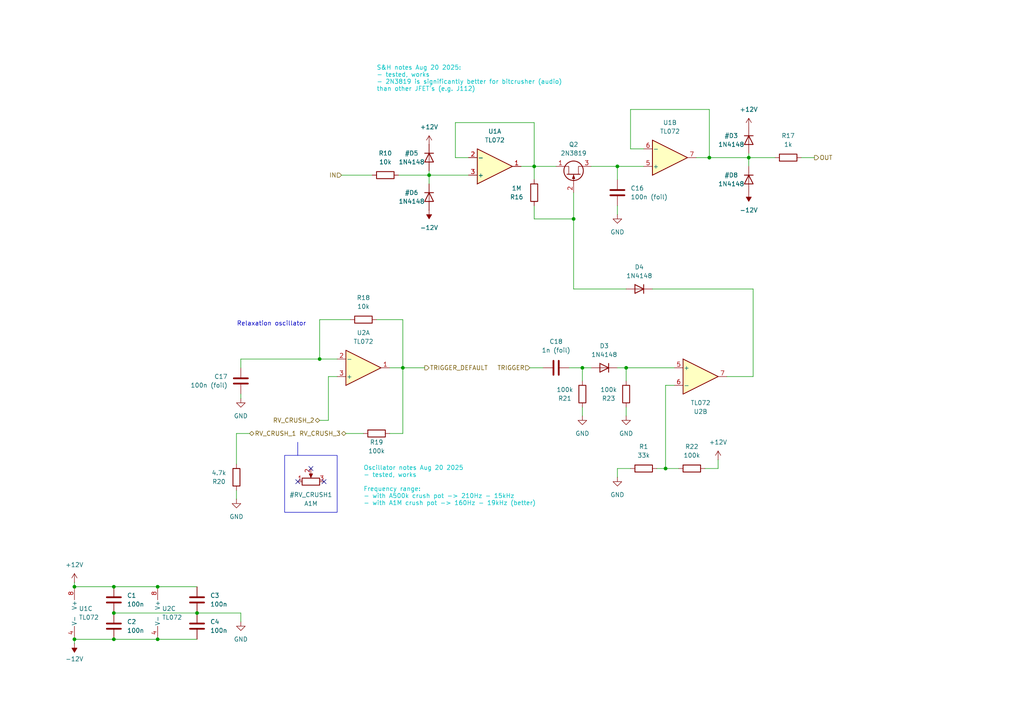
<source format=kicad_sch>
(kicad_sch (version 20250114) (generator "eeschema") (generator_version "9.0")
  (paper "A4")
  (lib_symbols
    (symbol "Amplifier_Operational:TL072" (pin_names (offset 0.127))
      (property "Reference" "U" (at 0 5.08 0))
      (property "Value" "TL072" (at 0 -5.08 0))
      (symbol "TL072_1_1"
        (polyline (pts (xy -5.08 5.08) (xy 5.08 0) (xy -5.08 -5.08) (xy -5.08 5.08)) (stroke (width 0.254)) (fill (type background)))
        (pin input line (at -7.62 2.54 0) (length 2.54) (name "+") (number "3"))
        (pin input line (at -7.62 -2.54 0) (length 2.54) (name "-") (number "2"))
        (pin output line (at 7.62 0 180) (length 2.54) (name "~") (number "1"))
      )
      (symbol "TL072_2_1"
        (polyline (pts (xy -5.08 5.08) (xy 5.08 0) (xy -5.08 -5.08) (xy -5.08 5.08)) (stroke (width 0.254)) (fill (type background)))
        (pin input line (at -7.62 2.54 0) (length 2.54) (name "+") (number "5"))
        (pin input line (at -7.62 -2.54 0) (length 2.54) (name "-") (number "6"))
        (pin output line (at 7.62 0 180) (length 2.54) (name "~") (number "7"))
      )
      (symbol "TL072_3_1"
        (pin power_in line (at -2.54 7.62 270) (length 3.81) (name "V+") (number "8"))
        (pin power_in line (at -2.54 -7.62 90) (length 3.81) (name "V-") (number "4"))
      )
    )
    (symbol "Device:C" (pin_numbers (hide yes)) (pin_names (offset 0.254))
      (property "Reference" "C" (at 0.635 2.54 0))
      (property "Value" "C" (at 0.635 -2.54 0))
      (symbol "C_0_1"
        (polyline (pts (xy -2.032 0.762) (xy 2.032 0.762)) (stroke (width 0.508)))
        (polyline (pts (xy -2.032 -0.762) (xy 2.032 -0.762)) (stroke (width 0.508)))
      )
      (symbol "C_1_1"
        (pin passive line (at 0 3.81 270) (length 2.794) (name "~") (number "1"))
        (pin passive line (at 0 -3.81 90) (length 2.794) (name "~") (number "2"))
      )
    )
    (symbol "Device:D" (pin_numbers (hide yes)) (pin_names (offset 1.016) (hide yes))
      (property "Reference" "D" (at 0 2.54 0))
      (property "Value" "D" (at 0 -2.54 0))
      (symbol "D_0_1"
        (polyline (pts (xy -1.27 1.27) (xy -1.27 -1.27)) (stroke (width 0.254)))
        (polyline (pts (xy 1.27 1.27) (xy 1.27 -1.27) (xy -1.27 0) (xy 1.27 1.27)) (stroke (width 0.254)))
        (polyline (pts (xy 1.27 0) (xy -1.27 0)))
      )
      (symbol "D_1_1"
        (pin passive line (at -3.81 0 0) (length 2.54) (name "K") (number "1"))
        (pin passive line (at 3.81 0 180) (length 2.54) (name "A") (number "2"))
      )
    )
    (symbol "Device:R" (pin_numbers (hide yes)) (pin_names (offset 0))
      (property "Reference" "R" (at 2.032 0 90))
      (property "Value" "R" (at 0 0 90))
      (symbol "R_0_1"
        (rectangle (start -1.016 -2.54) (end 1.016 2.54) (stroke (width 0.254)))
      )
      (symbol "R_1_1"
        (pin passive line (at 0 3.81 270) (length 1.27) (name "~") (number "1"))
        (pin passive line (at 0 -3.81 90) (length 1.27) (name "~") (number "2"))
      )
    )
    (symbol "Device:R_Potentiometer" (pin_names (offset 1.016) (hide yes))
      (property "Reference" "RV" (at -4.445 0 90))
      (property "Value" "R_Potentiometer" (at -2.54 0 90))
      (symbol "R_Potentiometer_0_1"
        (rectangle (start 1.016 2.54) (end -1.016 -2.54) (stroke (width 0.254)))
        (polyline (pts (xy 1.143 0) (xy 2.286 0.508) (xy 2.286 -0.508) (xy 1.143 0)) (fill (type outline)))
        (polyline (pts (xy 2.54 0) (xy 1.524 0)))
      )
      (symbol "R_Potentiometer_1_1"
        (pin passive line (at 0 3.81 270) (length 1.27) (name "1") (number "1"))
        (pin passive line (at 0 -3.81 90) (length 1.27) (name "3") (number "3"))
        (pin passive line (at 3.81 0 180) (length 1.27) (name "2") (number "2"))
      )
    )
    (symbol "Transistor_FET:2N3819" (pin_names (hide yes))
      (property "Reference" "Q" (at 5.08 1.905 0))
      (property "Value" "2N3819" (at 5.08 0 0))
      (symbol "2N3819_0_1"
        (polyline (pts (xy 0 0) (xy -1.016 0.381) (xy -1.016 -0.381) (xy 0 0)) (fill (type outline)))
        (polyline (pts (xy 0.254 1.905) (xy 0.254 -1.905)) (stroke (width 0.254)))
        (polyline (pts (xy 0.254 0) (xy -2.54 0)))
        (circle (center 1.27 0) (radius 2.8194) (stroke (width 0.254)))
        (polyline (pts (xy 2.54 2.54) (xy 2.54 1.397) (xy 0.254 1.397)))
        (polyline (pts (xy 2.54 -2.54) (xy 2.54 -1.397) (xy 0.254 -1.397)))
      )
      (symbol "2N3819_1_1"
        (pin input line (at -5.08 0 0) (length 2.54) (name "G") (number "2"))
        (pin passive line (at 2.54 5.08 270) (length 2.54) (name "D") (number "1"))
        (pin passive line (at 2.54 -5.08 90) (length 2.54) (name "S") (number "3"))
      )
    )
    (symbol "power:+12V" (power) (pin_numbers (hide yes)) (pin_names (offset 0) (hide yes))
      (property "Value" "+12V" (at 0 3.556 0))
      (symbol "+12V_0_1"
        (polyline (pts (xy -0.762 1.27) (xy 0 2.54)))
        (polyline (pts (xy 0 2.54) (xy 0.762 1.27)))
        (polyline (pts (xy 0 0) (xy 0 2.54)))
      )
      (symbol "+12V_1_1"
        (pin power_in line (at 0 0 90) (length 0) (name "~") (number "1"))
      )
    )
    (symbol "power:-12V" (power) (pin_numbers (hide yes)) (pin_names (offset 0) (hide yes))
      (property "Value" "-12V" (at 0 3.556 0))
      (symbol "-12V_0_0"
        (pin power_in line (at 0 0 90) (length 0) (name "~") (number "1"))
      )
      (symbol "-12V_0_1"
        (polyline (pts (xy 0 0) (xy 0 1.27) (xy 0.762 1.27) (xy 0 2.54) (xy -0.762 1.27) (xy 0 1.27)) (fill (type outline)))
      )
    )
    (symbol "power:GND" (power) (pin_numbers (hide yes)) (pin_names (offset 0) (hide yes))
      (property "Value" "GND" (at 0 -3.81 0))
      (symbol "GND_0_1"
        (polyline (pts (xy 0 0) (xy 0 -1.27) (xy 1.27 -1.27) (xy 0 -2.54) (xy -1.27 -1.27) (xy 0 -1.27)))
      )
      (symbol "GND_1_1"
        (pin power_in line (at 0 0 270) (length 0) (name "~") (number "1"))
      )
    )
  )
  (rectangle (start 82.55 132.08) (end 97.79 148.59))
  (text "Relaxation oscillator" (at 78.74 93.98 0) (effects (font (size 1.27 1.27))))
  (text "S&H notes Aug 20 2025:\n- tested, works\n- 2N3819 is significantly better for bitcrusher (audio)\nthan other JFET's (e.g. J112)" (at 109.22 22.86 0) (effects (font (size 1.27 1.27) (thickness 0.1588)) (justify left)))
  (text "Oscillator notes Aug 20 2025\n- tested, works\n\nFrequency range:\n- with A500k crush pot -> 210Hz - 15kHz\n- with A1M crush pot -> 160Hz - 19kHz (better)" (at 105.41 140.97 0) (effects (font (size 1.27 1.27) (thickness 0.1588)) (justify left)))
  (junction (at 179.07 48.26))
  (junction (at 45.72 185.42))
  (junction (at 124.46 50.8))
  (junction (at 92.71 104.14))
  (junction (at 217.17 45.72))
  (junction (at 21.59 170.18))
  (junction (at 33.02 185.42))
  (junction (at 21.59 185.42))
  (junction (at 168.91 106.68))
  (junction (at 166.37 63.5))
  (junction (at 45.72 170.18))
  (junction (at 205.74 45.72))
  (junction (at 57.15 177.8))
  (junction (at 116.84 106.68))
  (junction (at 193.04 135.89))
  (junction (at 33.02 170.18))
  (junction (at 154.94 48.26))
  (junction (at 33.02 177.8))
  (junction (at 181.61 106.68))
  (no_connect (at 93.98 139.7))
  (no_connect (at 90.17 135.89))
  (no_connect (at 86.36 139.7))
  (wire (pts (xy 181.61 106.68) (xy 179.07 106.68)))
  (wire (pts (xy 218.44 109.22) (xy 210.82 109.22)))
  (wire (pts (xy 154.94 35.56) (xy 154.94 48.26)))
  (wire (pts (xy 179.07 62.23) (xy 179.07 59.69)))
  (wire (pts (xy 166.37 63.5) (xy 166.37 55.88)))
  (wire (pts (xy 217.17 45.72) (xy 224.79 45.72)))
  (wire (pts (xy 205.74 31.75) (xy 205.74 45.72)))
  (wire (pts (xy 33.02 177.8) (xy 57.15 177.8)))
  (wire (pts (xy 116.84 92.71) (xy 116.84 106.68)))
  (wire (pts (xy 97.79 109.22) (xy 95.25 109.22)))
  (wire (pts (xy 113.03 125.73) (xy 116.84 125.73)))
  (wire (pts (xy 168.91 106.68) (xy 168.91 110.49)))
  (wire (pts (xy 154.94 63.5) (xy 166.37 63.5)))
  (wire (pts (xy 95.25 121.92) (xy 92.71 121.92)))
  (wire (pts (xy 99.06 50.8) (xy 107.95 50.8)))
  (wire (pts (xy 236.22 45.72) (xy 232.41 45.72)))
  (polyline (pts (xy 86.36 128.27) (xy 86.36 132.08)))
  (wire (pts (xy 218.44 109.22) (xy 218.44 83.82)))
  (wire (pts (xy 45.72 170.18) (xy 57.15 170.18)))
  (wire (pts (xy 116.84 125.73) (xy 116.84 106.68)))
  (wire (pts (xy 182.88 43.18) (xy 182.88 31.75)))
  (wire (pts (xy 166.37 83.82) (xy 181.61 83.82)))
  (wire (pts (xy 132.08 35.56) (xy 154.94 35.56)))
  (wire (pts (xy 168.91 120.65) (xy 168.91 118.11)))
  (wire (pts (xy 21.59 168.91) (xy 21.59 170.18)))
  (wire (pts (xy 190.5 135.89) (xy 193.04 135.89)))
  (wire (pts (xy 72.39 125.73) (xy 68.58 125.73)))
  (wire (pts (xy 116.84 106.68) (xy 123.19 106.68)))
  (wire (pts (xy 182.88 135.89) (xy 179.07 135.89)))
  (wire (pts (xy 69.85 115.57) (xy 69.85 114.3)))
  (wire (pts (xy 92.71 92.71) (xy 92.71 104.14)))
  (wire (pts (xy 21.59 185.42) (xy 33.02 185.42)))
  (wire (pts (xy 68.58 144.78) (xy 68.58 142.24)))
  (wire (pts (xy 208.28 133.35) (xy 208.28 135.89)))
  (wire (pts (xy 154.94 48.26) (xy 151.13 48.26)))
  (wire (pts (xy 205.74 45.72) (xy 201.93 45.72)))
  (wire (pts (xy 182.88 31.75) (xy 205.74 31.75)))
  (wire (pts (xy 68.58 125.73) (xy 68.58 134.62)))
  (wire (pts (xy 45.72 185.42) (xy 57.15 185.42)))
  (wire (pts (xy 21.59 186.69) (xy 21.59 185.42)))
  (wire (pts (xy 101.6 92.71) (xy 92.71 92.71)))
  (wire (pts (xy 218.44 83.82) (xy 189.23 83.82)))
  (wire (pts (xy 154.94 48.26) (xy 154.94 52.07)))
  (wire (pts (xy 92.71 104.14) (xy 97.79 104.14)))
  (wire (pts (xy 153.67 106.68) (xy 157.48 106.68)))
  (wire (pts (xy 69.85 180.34) (xy 69.85 177.8)))
  (wire (pts (xy 124.46 50.8) (xy 124.46 53.34)))
  (wire (pts (xy 208.28 135.89) (xy 204.47 135.89)))
  (wire (pts (xy 33.02 185.42) (xy 45.72 185.42)))
  (wire (pts (xy 193.04 135.89) (xy 193.04 111.76)))
  (wire (pts (xy 193.04 135.89) (xy 196.85 135.89)))
  (wire (pts (xy 205.74 45.72) (xy 217.17 45.72)))
  (wire (pts (xy 109.22 92.71) (xy 116.84 92.71)))
  (wire (pts (xy 181.61 106.68) (xy 181.61 110.49)))
  (wire (pts (xy 154.94 48.26) (xy 161.29 48.26)))
  (wire (pts (xy 21.59 170.18) (xy 33.02 170.18)))
  (wire (pts (xy 166.37 63.5) (xy 166.37 83.82)))
  (wire (pts (xy 171.45 106.68) (xy 168.91 106.68)))
  (wire (pts (xy 179.07 48.26) (xy 179.07 52.07)))
  (wire (pts (xy 69.85 104.14) (xy 92.71 104.14)))
  (wire (pts (xy 69.85 106.68) (xy 69.85 104.14)))
  (wire (pts (xy 132.08 45.72) (xy 132.08 35.56)))
  (wire (pts (xy 179.07 135.89) (xy 179.07 138.43)))
  (wire (pts (xy 135.89 45.72) (xy 132.08 45.72)))
  (wire (pts (xy 195.58 106.68) (xy 181.61 106.68)))
  (wire (pts (xy 181.61 120.65) (xy 181.61 118.11)))
  (wire (pts (xy 95.25 109.22) (xy 95.25 121.92)))
  (wire (pts (xy 171.45 48.26) (xy 179.07 48.26)))
  (wire (pts (xy 154.94 59.69) (xy 154.94 63.5)))
  (wire (pts (xy 168.91 106.68) (xy 165.1 106.68)))
  (wire (pts (xy 100.33 125.73) (xy 105.41 125.73)))
  (wire (pts (xy 124.46 50.8) (xy 135.89 50.8)))
  (wire (pts (xy 33.02 170.18) (xy 45.72 170.18)))
  (wire (pts (xy 179.07 48.26) (xy 186.69 48.26)))
  (wire (pts (xy 186.69 43.18) (xy 182.88 43.18)))
  (wire (pts (xy 115.57 50.8) (xy 124.46 50.8)))
  (wire (pts (xy 193.04 111.76) (xy 195.58 111.76)))
  (wire (pts (xy 217.17 45.72) (xy 217.17 48.26)))
  (wire (pts (xy 124.46 49.53) (xy 124.46 50.8)))
  (wire (pts (xy 217.17 44.45) (xy 217.17 45.72)))
  (wire (pts (xy 69.85 177.8) (xy 57.15 177.8)))
  (wire (pts (xy 116.84 106.68) (xy 113.03 106.68)))
  (hierarchical_label "RV_CRUSH_2" (shape bidirectional) (at 92.71 121.92 180))
  (hierarchical_label "RV_CRUSH_3" (shape bidirectional) (at 100.33 125.73 180))
  (hierarchical_label "OUT" (shape output) (at 236.22 45.72 0))
  (hierarchical_label "TRIGGER" (shape input) (at 153.67 106.68 180))
  (hierarchical_label "IN" (shape input) (at 99.06 50.8 180))
  (hierarchical_label "RV_CRUSH_1" (shape bidirectional) (at 72.39 125.73 0))
  (hierarchical_label "TRIGGER_DEFAULT" (shape output) (at 123.19 106.68 0))
  (symbol (lib_id "Amplifier_Operational:TL072") (at 48.26 177.8 0) (unit 3)
    (property "Reference" "U2" (at 46.99 176.53 0) (effects (justify left)))
    (property "Value" "TL072" (at 46.99 179.07 0) (effects (justify left)))
    (property "Footprint" "Package_SO:SOIC-8_3.9x4.9mm_P1.27mm" (effects (hide yes)))
    (property "Datasheet" "http://www.ti.com/lit/ds/symlink/tl071.pdf" (effects (hide yes)))
    (property "LCSC" "C6961" (effects (hide yes)))
    (property "Vendor" "JLCPCB" (effects (hide yes)))
    (property "CHECKED" "YES" (effects (hide yes)))
  )
  (symbol (lib_id "power:+12V") (at 208.28 133.35 0) (unit 1)
    (property "Reference" "#PWR035" (effects (hide yes)))
    (property "Value" "+12V" (at 208.28 128.27 0))
    (property "Description" "Power symbol creates a global label with name \"+12V\"" (effects (hide yes)))
  )
  (symbol (lib_id "Device:R") (at 111.76 50.8 90) (unit 1)
    (property "Reference" "R10" (at 111.76 44.45 90))
    (property "Value" "10k" (at 111.76 46.99 90))
    (property "Footprint" "Resistor_SMD:R_0603_1608Metric" (effects (hide yes)))
    (property "LCSC" "C25804" (effects (hide yes)))
    (property "Vendor" "JLCPCB" (effects (hide yes)))
    (property "CHECKED" "YES" (effects (hide yes)))
  )
  (symbol (lib_id "power:GND") (at 179.07 62.23 0) (unit 1)
    (property "Reference" "#PWR030" (effects (hide yes)))
    (property "Value" "GND" (at 179.07 67.31 0))
    (property "Description" "Power symbol creates a global label with name \"GND\" , ground" (effects (hide yes)))
  )
  (symbol (lib_id "Device:R") (at 200.66 135.89 90) (unit 1)
    (property "Reference" "R22" (at 200.66 129.54 90))
    (property "Value" "100k" (at 200.66 132.08 90))
    (property "Footprint" "Resistor_SMD:R_0603_1608Metric" (effects (hide yes)))
    (property "LCSC" "C25803" (effects (hide yes)))
    (property "Vendor" "JLCPCB" (effects (hide yes)))
    (property "CHECKED" "YES" (effects (hide yes)))
  )
  (symbol (lib_id "Device:C") (at 33.02 181.61 0) (unit 1)
    (property "Reference" "C2" (at 36.83 180.34 0) (effects (justify left)))
    (property "Value" "100n" (at 36.83 182.88 0) (effects (justify left)))
    (property "Footprint" "Capacitor_SMD:C_0603_1608Metric" (effects (hide yes)))
    (property "LCSC" "C14663" (effects (hide yes)))
    (property "Vendor" "JLCPCB" (effects (hide yes)))
    (property "CHECKED" "YES" (effects (hide yes)))
  )
  (symbol (lib_id "power:-12V") (at 21.59 186.69 180) (unit 1)
    (property "Reference" "#PWR02" (effects (hide yes)))
    (property "Value" "-12V" (at 21.59 191.135 0))
    (property "Description" "Power symbol creates a global label with name \"-12V\"" (effects (hide yes)))
  )
  (symbol (lib_id "Device:C") (at 179.07 55.88 0) (unit 1)
    (property "Reference" "C16" (at 182.88 54.6099 0) (effects (justify left)))
    (property "Value" "100n (foil)" (at 182.88 57.1499 0) (effects (justify left)))
    (property "Footprint" "Capacitor_THT:C_Rect_L7.2mm_W2.5mm_P5.00mm_FKS2_FKP2_MKS2_MKP2" (effects (hide yes)))
    (property "Description" "Unpolarized capacitor" (effects (hide yes)))
    (property "CHECKED" "YES" (effects (hide yes)))
  )
  (symbol (lib_id "Device:R") (at 181.61 114.3 180) (unit 1)
    (property "Reference" "R23" (at 176.53 115.57 0))
    (property "Value" "100k" (at 176.53 113.03 0))
    (property "Footprint" "Resistor_SMD:R_0603_1608Metric" (effects (hide yes)))
    (property "LCSC" "C25803" (effects (hide yes)))
    (property "Vendor" "JLCPCB" (effects (hide yes)))
    (property "CHECKED" "YES" (effects (hide yes)))
  )
  (symbol (lib_id "Device:R") (at 168.91 114.3 180) (unit 1)
    (property "Reference" "R21" (at 163.83 115.57 0))
    (property "Value" "100k" (at 163.83 113.03 0))
    (property "Footprint" "Resistor_SMD:R_0603_1608Metric" (effects (hide yes)))
    (property "LCSC" "C25803" (effects (hide yes)))
    (property "Vendor" "JLCPCB" (effects (hide yes)))
    (property "CHECKED" "YES" (effects (hide yes)))
  )
  (symbol (lib_id "power:-12V") (at 217.17 55.88 180) (unit 1)
    (property "Reference" "#PWR044" (effects (hide yes)))
    (property "Value" "-12V" (at 217.17 60.96 0))
    (property "Description" "Power symbol creates a global label with name \"-12V\"" (effects (hide yes)))
  )
  (symbol (lib_id "Device:R") (at 154.94 55.88 180) (unit 1)
    (property "Reference" "R16" (at 149.86 57.15 0))
    (property "Value" "1M" (at 149.86 54.61 0))
    (property "Footprint" "Resistor_SMD:R_0603_1608Metric" (effects (hide yes)))
    (property "LCSC" "C22935" (effects (hide yes)))
    (property "Vendor" "JLCPCB" (effects (hide yes)))
    (property "CHECKED" "YES" (effects (hide yes)))
  )
  (symbol (lib_id "Device:D") (at 124.46 57.15 90) (mirror x) (unit 1)
    (property "Reference" "#D6" (at 119.38 55.88 90))
    (property "Value" "1N4148" (at 119.38 58.42 90))
    (property "Footprint" "Diode_SMD:D_SOD-123" (effects (hide yes)))
    (property "LCSC" "C81598" (effects (hide yes)))
    (property "Sim.Device" "D" (effects (hide yes)))
    (property "Sim.Pins" "1=K 2=A" (effects (hide yes)))
    (property "Vendor" "JLCPCB" (effects (hide yes)))
  )
  (symbol (lib_id "Device:D") (at 175.26 106.68 0) (mirror y) (unit 1)
    (property "Reference" "D3" (at 175.26 100.33 0))
    (property "Value" "1N4148" (at 175.26 102.87 0))
    (property "Footprint" "Diode_SMD:D_SOD-123" (effects (hide yes)))
    (property "LCSC" "C81598" (effects (hide yes)))
    (property "Sim.Device" "D" (effects (hide yes)))
    (property "Sim.Pins" "1=K 2=A" (effects (hide yes)))
    (property "Vendor" "JLCPCB" (effects (hide yes)))
    (property "CHECKED" "YES" (effects (hide yes)))
  )
  (symbol (lib_id "Device:R") (at 186.69 135.89 90) (unit 1)
    (property "Reference" "R1" (at 186.69 129.54 90))
    (property "Value" "33k" (at 186.69 132.08 90))
    (property "Footprint" "Resistor_SMD:R_0603_1608Metric" (effects (hide yes)))
    (property "LCSC" "C4216" (effects (hide yes)))
    (property "Vendor" "JLCPCB" (effects (hide yes)))
    (property "CHECKED" "YES" (effects (hide yes)))
  )
  (symbol (lib_id "Device:R") (at 228.6 45.72 90) (unit 1)
    (property "Reference" "R17" (at 228.6 39.37 90))
    (property "Value" "1k" (at 228.6 41.91 90))
    (property "Footprint" "Resistor_SMD:R_0603_1608Metric" (effects (hide yes)))
    (property "LCSC" "C21190" (effects (hide yes)))
    (property "Vendor" "JLCPCB" (effects (hide yes)))
    (property "CHECKED" "YES" (effects (hide yes)))
  )
  (symbol (lib_id "Device:D") (at 124.46 45.72 90) (mirror x) (unit 1)
    (property "Reference" "#D5" (at 119.38 44.45 90))
    (property "Value" "1N4148" (at 119.38 46.99 90))
    (property "Footprint" "Diode_SMD:D_SOD-123" (effects (hide yes)))
    (property "LCSC" "C81598" (effects (hide yes)))
    (property "Sim.Device" "D" (effects (hide yes)))
    (property "Sim.Pins" "1=K 2=A" (effects (hide yes)))
    (property "Vendor" "JLCPCB" (effects (hide yes)))
  )
  (symbol (lib_id "power:GND") (at 179.07 138.43 0) (unit 1)
    (property "Reference" "#PWR034" (effects (hide yes)))
    (property "Value" "GND" (at 179.07 143.51 0))
    (property "Description" "Power symbol creates a global label with name \"GND\" , ground" (effects (hide yes)))
  )
  (symbol (lib_id "power:GND") (at 181.61 120.65 0) (unit 1)
    (property "Reference" "#PWR036" (effects (hide yes)))
    (property "Value" "GND" (at 181.61 125.73 0))
    (property "Description" "Power symbol creates a global label with name \"GND\" , ground" (effects (hide yes)))
  )
  (symbol (lib_id "power:GND") (at 69.85 115.57 0) (unit 1)
    (property "Reference" "#PWR032" (effects (hide yes)))
    (property "Value" "GND" (at 69.85 120.65 0))
    (property "Description" "Power symbol creates a global label with name \"GND\" , ground" (effects (hide yes)))
  )
  (symbol (lib_id "Amplifier_Operational:TL072") (at 143.51 48.26 0) (mirror x) (unit 1)
    (property "Reference" "U1" (at 143.51 38.1 0))
    (property "Value" "TL072" (at 143.51 40.64 0))
    (property "Footprint" "Package_SO:SOIC-8_3.9x4.9mm_P1.27mm" (effects (hide yes)))
    (property "Datasheet" "http://www.ti.com/lit/ds/symlink/tl071.pdf" (effects (hide yes)))
    (property "LCSC" "C6961" (effects (hide yes)))
    (property "Vendor" "JLCPCB" (effects (hide yes)))
    (property "CHECKED" "YES" (effects (hide yes)))
  )
  (symbol (lib_id "Device:R") (at 109.22 125.73 90) (unit 1)
    (property "Reference" "R19" (at 109.22 128.27 90))
    (property "Value" "100k" (at 109.22 130.81 90))
    (property "Footprint" "Resistor_SMD:R_0603_1608Metric" (effects (hide yes)))
    (property "LCSC" "C25803" (effects (hide yes)))
    (property "Vendor" "JLCPCB" (effects (hide yes)))
    (property "CHECKED" "YES" (effects (hide yes)))
  )
  (symbol (lib_id "Device:R") (at 105.41 92.71 90) (unit 1)
    (property "Reference" "R18" (at 105.41 86.36 90))
    (property "Value" "10k" (at 105.41 88.9 90))
    (property "Footprint" "Resistor_SMD:R_0603_1608Metric" (effects (hide yes)))
    (property "LCSC" "C25804" (effects (hide yes)))
    (property "Vendor" "JLCPCB" (effects (hide yes)))
    (property "CHECKED" "YES" (effects (hide yes)))
  )
  (symbol (lib_id "Amplifier_Operational:TL072") (at 105.41 106.68 0) (mirror x) (unit 1)
    (property "Reference" "U2" (at 105.41 96.52 0))
    (property "Value" "TL072" (at 105.41 99.06 0))
    (property "Footprint" "Package_SO:SOIC-8_3.9x4.9mm_P1.27mm" (effects (hide yes)))
    (property "Datasheet" "http://www.ti.com/lit/ds/symlink/tl071.pdf" (effects (hide yes)))
    (property "LCSC" "C6961" (effects (hide yes)))
    (property "Vendor" "JLCPCB" (effects (hide yes)))
    (property "CHECKED" "YES" (effects (hide yes)))
  )
  (symbol (lib_id "power:GND") (at 68.58 144.78 0) (unit 1)
    (property "Reference" "#PWR031" (effects (hide yes)))
    (property "Value" "GND" (at 68.58 149.86 0))
    (property "Description" "Power symbol creates a global label with name \"GND\" , ground" (effects (hide yes)))
  )
  (symbol (lib_id "Device:C") (at 57.15 173.99 0) (unit 1)
    (property "Reference" "C3" (at 60.96 172.72 0) (effects (justify left)))
    (property "Value" "100n" (at 60.96 175.26 0) (effects (justify left)))
    (property "Footprint" "Capacitor_SMD:C_0603_1608Metric" (effects (hide yes)))
    (property "LCSC" "C14663" (effects (hide yes)))
    (property "Vendor" "JLCPCB" (effects (hide yes)))
    (property "CHECKED" "YES" (effects (hide yes)))
  )
  (symbol (lib_id "Device:D") (at 217.17 40.64 90) (mirror x) (unit 1)
    (property "Reference" "#D3" (at 212.09 39.37 90))
    (property "Value" "1N4148" (at 212.09 41.91 90))
    (property "Footprint" "Diode_SMD:D_SOD-123" (effects (hide yes)))
    (property "LCSC" "C81598" (effects (hide yes)))
    (property "Sim.Device" "D" (effects (hide yes)))
    (property "Sim.Pins" "1=K 2=A" (effects (hide yes)))
    (property "Vendor" "JLCPCB" (effects (hide yes)))
  )
  (symbol (lib_id "power:-12V") (at 124.46 60.96 180) (unit 1)
    (property "Reference" "#PWR042" (effects (hide yes)))
    (property "Value" "-12V" (at 124.46 66.04 0))
    (property "Description" "Power symbol creates a global label with name \"-12V\"" (effects (hide yes)))
  )
  (symbol (lib_id "Device:D") (at 217.17 52.07 90) (mirror x) (unit 1)
    (property "Reference" "#D8" (at 212.09 50.8 90))
    (property "Value" "1N4148" (at 212.09 53.34 90))
    (property "Footprint" "Diode_SMD:D_SOD-123" (effects (hide yes)))
    (property "LCSC" "C81598" (effects (hide yes)))
    (property "Sim.Device" "D" (effects (hide yes)))
    (property "Sim.Pins" "1=K 2=A" (effects (hide yes)))
    (property "Vendor" "JLCPCB" (effects (hide yes)))
  )
  (symbol (lib_id "power:+12V") (at 21.59 168.91 0) (unit 1)
    (property "Reference" "#PWR01" (effects (hide yes)))
    (property "Value" "+12V" (at 21.59 163.83 0))
    (property "Description" "Power symbol creates a global label with name \"+12V\"" (effects (hide yes)))
  )
  (symbol (lib_id "Device:R_Potentiometer") (at 90.17 139.7 90) (unit 1)
    (property "Reference" "#RV_CRUSH1" (at 90.17 143.51 90))
    (property "Value" "A1M" (at 90.17 146.05 90))
    (property "Description" "Potentiometer" (effects (hide yes)))
  )
  (symbol (lib_id "Amplifier_Operational:TL072") (at 194.31 45.72 0) (mirror x) (unit 2)
    (property "Reference" "U1" (at 194.31 35.56 0))
    (property "Value" "TL072" (at 194.31 38.1 0))
    (property "Footprint" "Package_SO:SOIC-8_3.9x4.9mm_P1.27mm" (effects (hide yes)))
    (property "Datasheet" "http://www.ti.com/lit/ds/symlink/tl071.pdf" (effects (hide yes)))
    (property "LCSC" "C6961" (effects (hide yes)))
    (property "Vendor" "JLCPCB" (effects (hide yes)))
    (property "CHECKED" "YES" (effects (hide yes)))
  )
  (symbol (lib_id "power:+12V") (at 217.17 36.83 0) (unit 1)
    (property "Reference" "#PWR043" (effects (hide yes)))
    (property "Value" "+12V" (at 217.17 31.75 0))
    (property "Description" "Power symbol creates a global label with name \"+12V\"" (effects (hide yes)))
  )
  (symbol (lib_id "power:GND") (at 168.91 120.65 0) (unit 1)
    (property "Reference" "#PWR033" (effects (hide yes)))
    (property "Value" "GND" (at 168.91 125.73 0))
    (property "Description" "Power symbol creates a global label with name \"GND\" , ground" (effects (hide yes)))
  )
  (symbol (lib_id "power:+12V") (at 124.46 41.91 0) (unit 1)
    (property "Reference" "#PWR027" (effects (hide yes)))
    (property "Value" "+12V" (at 124.46 36.83 0))
    (property "Description" "Power symbol creates a global label with name \"+12V\"" (effects (hide yes)))
  )
  (symbol (lib_id "Amplifier_Operational:TL072") (at 203.2 109.22 0) (unit 2)
    (property "Reference" "U2" (at 203.2 119.38 0))
    (property "Value" "TL072" (at 203.2 116.84 0))
    (property "Footprint" "Package_SO:SOIC-8_3.9x4.9mm_P1.27mm" (effects (hide yes)))
    (property "Datasheet" "http://www.ti.com/lit/ds/symlink/tl071.pdf" (effects (hide yes)))
    (property "LCSC" "C6961" (effects (hide yes)))
    (property "Vendor" "JLCPCB" (effects (hide yes)))
    (property "CHECKED" "YES" (effects (hide yes)))
  )
  (symbol (lib_id "Device:R") (at 68.58 138.43 180) (unit 1)
    (property "Reference" "R20" (at 63.5 139.7 0))
    (property "Value" "4.7k" (at 63.5 137.16 0))
    (property "Footprint" "Resistor_SMD:R_0603_1608Metric" (effects (hide yes)))
    (property "LCSC" "C23162" (effects (hide yes)))
    (property "Vendor" "JLCPCB" (effects (hide yes)))
    (property "CHECKED" "YES" (effects (hide yes)))
  )
  (symbol (lib_id "Device:C") (at 161.29 106.68 90) (unit 1)
    (property "Reference" "C18" (at 161.29 99.06 90))
    (property "Value" "1n (foil)" (at 161.29 101.6 90))
    (property "Footprint" "Capacitor_THT:C_Rect_L7.2mm_W2.5mm_P5.00mm_FKS2_FKP2_MKS2_MKP2" (effects (hide yes)))
    (property "Description" "Unpolarized capacitor" (effects (hide yes)))
    (property "CHECKED" "YES" (effects (hide yes)))
  )
  (symbol (lib_id "Amplifier_Operational:TL072") (at 24.13 177.8 0) (unit 3)
    (property "Reference" "U1" (at 22.86 176.53 0) (effects (justify left)))
    (property "Value" "TL072" (at 22.86 179.07 0) (effects (justify left)))
    (property "Footprint" "Package_SO:SOIC-8_3.9x4.9mm_P1.27mm" (effects (hide yes)))
    (property "Datasheet" "http://www.ti.com/lit/ds/symlink/tl071.pdf" (effects (hide yes)))
    (property "LCSC" "C6961" (effects (hide yes)))
    (property "Vendor" "JLCPCB" (effects (hide yes)))
    (property "CHECKED" "YES" (effects (hide yes)))
  )
  (symbol (lib_id "Device:C") (at 57.15 181.61 0) (unit 1)
    (property "Reference" "C4" (at 60.96 180.34 0) (effects (justify left)))
    (property "Value" "100n" (at 60.96 182.88 0) (effects (justify left)))
    (property "Footprint" "Capacitor_SMD:C_0603_1608Metric" (effects (hide yes)))
    (property "LCSC" "C14663" (effects (hide yes)))
    (property "Vendor" "JLCPCB" (effects (hide yes)))
    (property "CHECKED" "YES" (effects (hide yes)))
  )
  (symbol (lib_id "power:GND") (at 69.85 180.34 0) (unit 1)
    (property "Reference" "#PWR03" (effects (hide yes)))
    (property "Value" "GND" (at 69.85 185.42 0))
    (property "Description" "Power symbol creates a global label with name \"GND\" , ground" (effects (hide yes)))
  )
  (symbol (lib_id "Device:C") (at 69.85 110.49 0) (mirror y) (unit 1)
    (property "Reference" "C17" (at 66.04 109.2199 0) (effects (justify left)))
    (property "Value" "100n (foil)" (at 66.04 111.7599 0) (effects (justify left)))
    (property "Footprint" "Capacitor_THT:C_Rect_L7.2mm_W2.5mm_P5.00mm_FKS2_FKP2_MKS2_MKP2" (effects (hide yes)))
    (property "Description" "Unpolarized capacitor" (effects (hide yes)))
    (property "CHECKED" "YES" (effects (hide yes)))
  )
  (symbol (lib_id "Transistor_FET:2N3819") (at 166.37 50.8 90) (unit 1)
    (property "Reference" "Q2" (at 166.37 41.91 90))
    (property "Value" "2N3819" (at 166.37 44.45 90))
    (property "Footprint" "Package_TO_SOT_THT:TO-92_Inline_Wide" (effects (hide yes)))
    (property "Datasheet" "https://my.centralsemi.com/datasheets/2N3819.PDF" (effects (hide yes)))
    (property "Description" "20mA Id, 25V Vgs, N-Channel JFET Transistor, TO-92" (effects (hide yes)))
    (property "CHECKED" "YES" (effects (hide yes)))
  )
  (symbol (lib_id "Device:C") (at 33.02 173.99 0) (unit 1)
    (property "Reference" "C1" (at 36.83 172.72 0) (effects (justify left)))
    (property "Value" "100n" (at 36.83 175.26 0) (effects (justify left)))
    (property "Footprint" "Capacitor_SMD:C_0603_1608Metric" (effects (hide yes)))
    (property "LCSC" "C14663" (effects (hide yes)))
    (property "Vendor" "JLCPCB" (effects (hide yes)))
    (property "CHECKED" "YES" (effects (hide yes)))
  )
  (symbol (lib_id "Device:D") (at 185.42 83.82 0) (mirror y) (unit 1)
    (property "Reference" "D4" (at 185.42 77.47 0))
    (property "Value" "1N4148" (at 185.42 80.01 0))
    (property "Footprint" "Diode_SMD:D_SOD-123" (effects (hide yes)))
    (property "LCSC" "C81598" (effects (hide yes)))
    (property "Sim.Device" "D" (effects (hide yes)))
    (property "Sim.Pins" "1=K 2=A" (effects (hide yes)))
    (property "Vendor" "JLCPCB" (effects (hide yes)))
    (property "CHECKED" "YES" (effects (hide yes)))
  )
)
</source>
